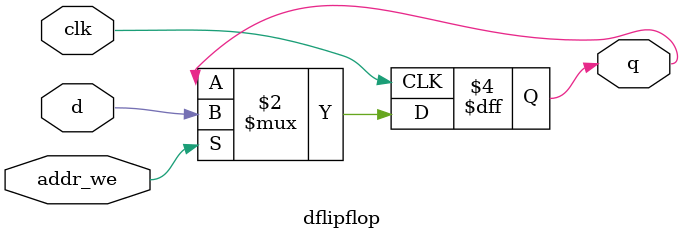
<source format=v>

module dflipflop
(
	input clk,
	input d,
	input addr_we,
	output reg q
);

	always @(posedge clk) begin  //update on every clock edge
		if (addr_we)
			q<=d;
	end
endmodule

</source>
